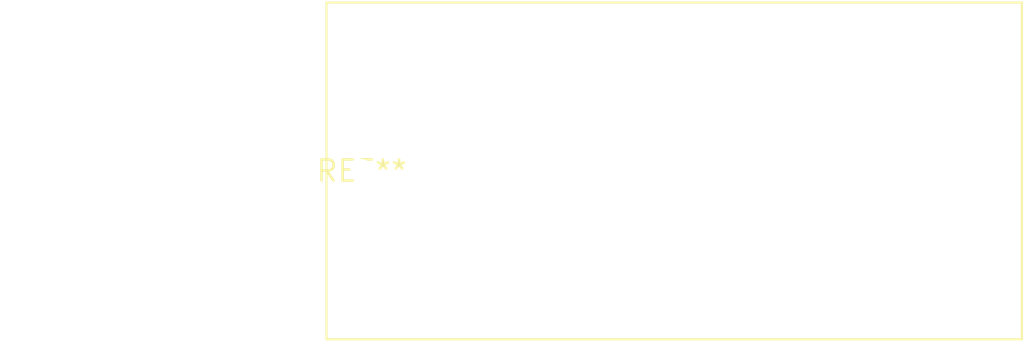
<source format=kicad_pcb>
(kicad_pcb (version 20240108) (generator pcbnew)
  (layers (0 "F.Cu" signal) (31 "B.Cu" signal) (34 "B.Paste" user) (35 "F.Paste" user) (36 "B.SilkS" user "B.Silkscreen") (37 "F.SilkS" user "F.Silkscreen") (38 "B.Mask" user) (39 "F.Mask" user) (44 "Edge.Cuts" user))
  (net 0 "")
  (footprint "C_Rect_L41.5mm_W20.0mm_P37.50mm_MKS4" (layer "F.Cu") (at 0 0)
    (property "Reference" "REF**")
    (property "Value" "C_Rect_L41.5mm_W20.0mm_P37.50mm_MKS4")
    (fp_line (start -2.12 -10.12) (end -2.12 10.12) (layer "F.SilkS") (stroke (width 0.12)))
    (fp_line (start -2.12 -10.12) (end 39.62 -10.12) (layer "F.SilkS") (stroke (width 0.12)))
    (fp_line (start -2.12 10.12) (end 39.62 10.12) (layer "F.SilkS") (stroke (width 0.12)))
    (fp_line (start 39.62 -10.12) (end 39.62 10.12) (layer "F.SilkS") (stroke (width 0.12)))
    (pad "1" thru_hole circle (at 0 0) (size 2.8 2.8) (drill 1.4) (layers *.Cu *.Mask) (remove_unused_layers))
    (pad "2" thru_hole circle (at 37.5 0) (size 2.8 2.8) (drill 1.4) (layers *.Cu *.Mask) (remove_unused_layers))
  )
)
</source>
